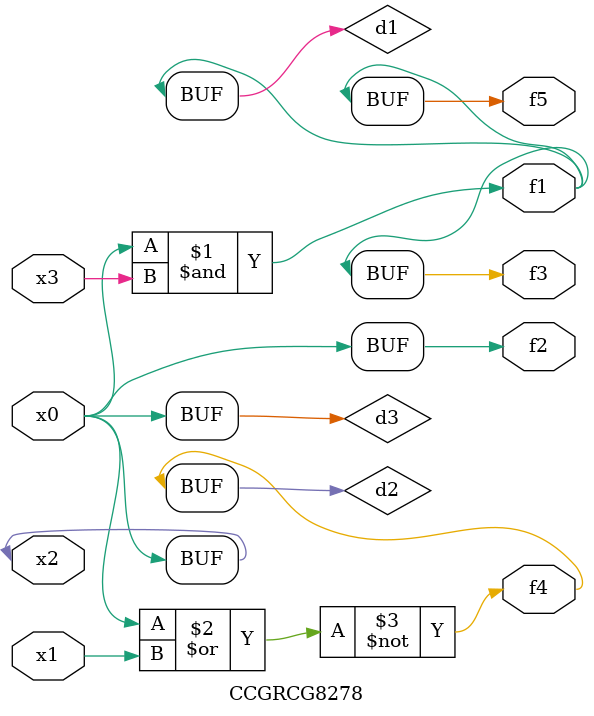
<source format=v>
module CCGRCG8278(
	input x0, x1, x2, x3,
	output f1, f2, f3, f4, f5
);

	wire d1, d2, d3;

	and (d1, x2, x3);
	nor (d2, x0, x1);
	buf (d3, x0, x2);
	assign f1 = d1;
	assign f2 = d3;
	assign f3 = d1;
	assign f4 = d2;
	assign f5 = d1;
endmodule

</source>
